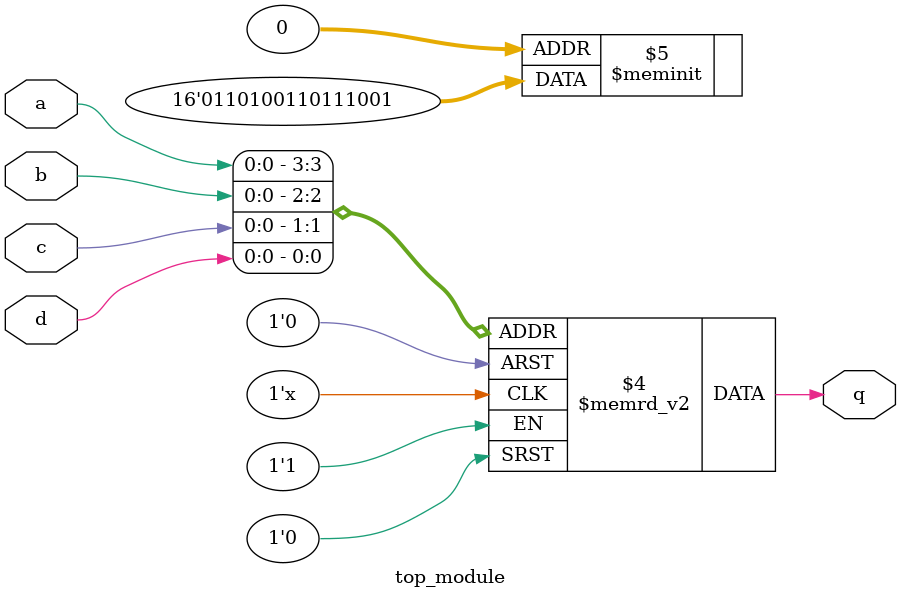
<source format=sv>
module top_module (
    input a, 
    input b, 
    input c, 
    input d,
    output reg q
);

always @(*) begin
    case ({a, b, c, d})
        4'b0000: q = 1'b1;
        4'b0001: q = 1'b0;
        4'b0010: q = 1'b0; 
        4'b0011: q = 1'b1;
        4'b0100: q = 1'b1;
        4'b0101: q = 1'b1;
        4'b0110: q = 1'b0;
        4'b0111: q = 1'b1;
        4'b1000: q = 1'b1;
        4'b1001: q = 1'b0;
        4'b1010: q = 1'b0;
        4'b1011: q = 1'b1;
        4'b1100: q = 1'b0;
        4'b1101: q = 1'b1;
        4'b1110: q = 1'b1;
        4'b1111: q = 1'b0;
    endcase
end

endmodule

</source>
